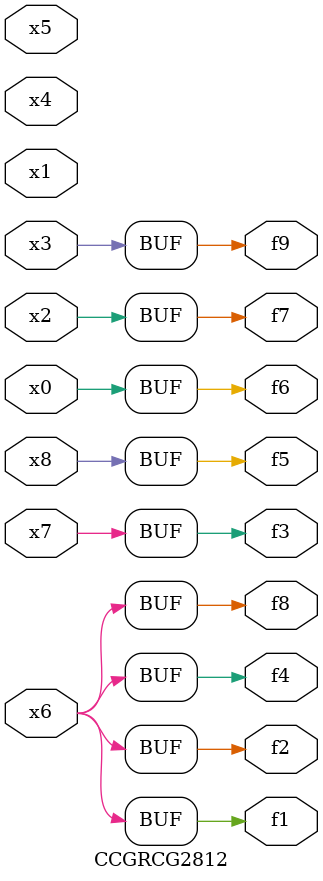
<source format=v>
module CCGRCG2812(
	input x0, x1, x2, x3, x4, x5, x6, x7, x8,
	output f1, f2, f3, f4, f5, f6, f7, f8, f9
);
	assign f1 = x6;
	assign f2 = x6;
	assign f3 = x7;
	assign f4 = x6;
	assign f5 = x8;
	assign f6 = x0;
	assign f7 = x2;
	assign f8 = x6;
	assign f9 = x3;
endmodule

</source>
